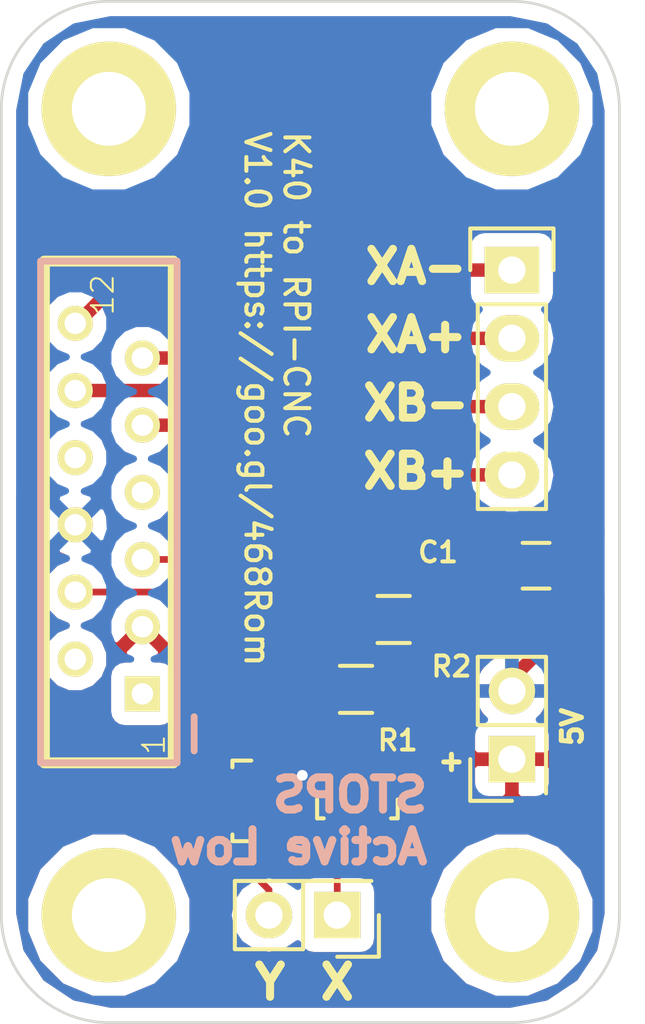
<source format=kicad_pcb>
(kicad_pcb (version 4) (host pcbnew 4.0.2+e4-6225~38~ubuntu14.04.1-stable)

  (general
    (links 18)
    (no_connects 0)
    (area 100.856 97.667 126.280334 135.915)
    (thickness 1.6)
    (drawings 18)
    (tracks 38)
    (zones 0)
    (modules 13)
    (nets 15)
  )

  (page A4)
  (layers
    (0 F.Cu signal)
    (31 B.Cu signal)
    (32 B.Adhes user)
    (33 F.Adhes user)
    (34 B.Paste user)
    (35 F.Paste user)
    (36 B.SilkS user)
    (37 F.SilkS user)
    (38 B.Mask user)
    (39 F.Mask user)
    (40 Dwgs.User user)
    (41 Cmts.User user)
    (42 Eco1.User user)
    (43 Eco2.User user)
    (44 Edge.Cuts user)
    (45 Margin user)
    (46 B.CrtYd user)
    (47 F.CrtYd user)
    (48 B.Fab user)
    (49 F.Fab user)
  )

  (setup
    (last_trace_width 0.25)
    (trace_clearance 0.2)
    (zone_clearance 0.5)
    (zone_45_only yes)
    (trace_min 0.2)
    (segment_width 0.2)
    (edge_width 0.1)
    (via_size 0.6)
    (via_drill 0.4)
    (via_min_size 0.4)
    (via_min_drill 0.3)
    (uvia_size 0.3)
    (uvia_drill 0.1)
    (uvias_allowed no)
    (uvia_min_size 0.2)
    (uvia_min_drill 0.1)
    (pcb_text_width 0.3)
    (pcb_text_size 1.5 1.5)
    (mod_edge_width 0.15)
    (mod_text_size 1 1)
    (mod_text_width 0.15)
    (pad_size 5 5)
    (pad_drill 2.75)
    (pad_to_mask_clearance 0)
    (aux_axis_origin 106.172 131.84)
    (grid_origin 106.172 131.84)
    (visible_elements FFFEFF7F)
    (pcbplotparams
      (layerselection 0x00030_80000001)
      (usegerberextensions false)
      (excludeedgelayer true)
      (linewidth 0.100000)
      (plotframeref false)
      (viasonmask false)
      (mode 1)
      (useauxorigin false)
      (hpglpennumber 1)
      (hpglpenspeed 20)
      (hpglpendiameter 15)
      (hpglpenoverlay 2)
      (psnegative false)
      (psa4output false)
      (plotreference true)
      (plotvalue false)
      (plotinvisibletext false)
      (padsonsilk false)
      (subtractmaskfromsilk false)
      (outputformat 1)
      (mirror false)
      (drillshape 0)
      (scaleselection 1)
      (outputdirectory ""))
  )

  (net 0 "")
  (net 1 "Net-(P1-Pad1)")
  (net 2 "Net-(P1-Pad2)")
  (net 3 VCC)
  (net 4 "Net-(P1-Pad4)")
  (net 5 "Net-(P1-Pad5)")
  (net 6 GND)
  (net 7 "Net-(P1-Pad7)")
  (net 8 "Net-(P1-Pad8)")
  (net 9 "Net-(P1-Pad9)")
  (net 10 "Net-(P1-Pad10)")
  (net 11 "Net-(P1-Pad11)")
  (net 12 "Net-(P1-Pad12)")
  (net 13 "Net-(P2-Pad1)")
  (net 14 "Net-(P2-Pad2)")

  (net_class Default "This is the default net class."
    (clearance 0.2)
    (trace_width 0.25)
    (via_dia 0.6)
    (via_drill 0.4)
    (uvia_dia 0.3)
    (uvia_drill 0.1)
    (add_net "Net-(P1-Pad1)")
    (add_net "Net-(P1-Pad2)")
    (add_net "Net-(P1-Pad4)")
    (add_net "Net-(P1-Pad5)")
    (add_net "Net-(P1-Pad7)")
    (add_net "Net-(P1-Pad8)")
    (add_net "Net-(P2-Pad1)")
    (add_net "Net-(P2-Pad2)")
  )

  (net_class Stepper ""
    (clearance 0.2)
    (trace_width 0.5)
    (via_dia 0.6)
    (via_drill 0.4)
    (uvia_dia 0.3)
    (uvia_drill 0.1)
    (add_net GND)
    (add_net "Net-(P1-Pad10)")
    (add_net "Net-(P1-Pad11)")
    (add_net "Net-(P1-Pad12)")
    (add_net "Net-(P1-Pad9)")
    (add_net VCC)
  )

  (module WeisTek:-FFC (layer F.Cu) (tedit 5764CB76) (tstamp 575E4C52)
    (at 106.172 116.84 270)
    (path /575E46C4)
    (attr virtual)
    (fp_text reference P1 (at 0.635 4.191 270) (layer F.SilkS) hide
      (effects (font (size 1 1) (thickness 0.15)))
    )
    (fp_text value CONN_01X12 (at 1.524 -4.699 270) (layer F.SilkS) hide
      (effects (font (size 1.778 1.778) (thickness 0.1524)))
    )
    (fp_line (start -9.3345 2.39776) (end -9.3345 -2.39776) (layer F.SilkS) (width 0.4064))
    (fp_line (start -9.3345 -2.39776) (end 9.3345 -2.39776) (layer F.SilkS) (width 0.4064))
    (fp_line (start 9.3345 -2.39776) (end 9.3345 2.39776) (layer F.SilkS) (width 0.4064))
    (fp_line (start 9.3345 2.39776) (end -9.3345 2.39776) (layer F.SilkS) (width 0.4064))
    (fp_line (start 9.3345 -2.54) (end -9.3345 -2.54) (layer B.SilkS) (width 0.254))
    (fp_line (start -9.3345 -2.54) (end -9.3345 2.54) (layer B.SilkS) (width 0.254))
    (fp_line (start -9.3345 2.54) (end 9.3345 2.54) (layer B.SilkS) (width 0.254))
    (fp_line (start 9.3345 2.54) (end 9.3345 -2.54) (layer B.SilkS) (width 0.254))
    (fp_line (start 7.62 -3.175) (end 8.89 -3.175) (layer B.SilkS) (width 0.254))
    (fp_text user 1 (at 8.6614 -1.6764 270) (layer F.SilkS)
      (effects (font (size 0.8128 0.8128) (thickness 0.0762)))
    )
    (fp_text user 12 (at -8.0772 0.2286 270) (layer F.SilkS)
      (effects (font (size 0.8128 0.8128) (thickness 0.0762)))
    )
    (pad 1 thru_hole rect (at 6.7691 -1.24968 270) (size 1.30556 1.30556) (drill 0.79756) (layers *.Cu *.Mask F.Paste F.SilkS)
      (net 1 "Net-(P1-Pad1)"))
    (pad 2 thru_hole circle (at 5.47878 1.24968 270) (size 1.30556 1.30556) (drill 0.79756) (layers *.Cu *.Mask F.Paste F.SilkS)
      (net 2 "Net-(P1-Pad2)"))
    (pad 3 thru_hole circle (at 4.26974 -1.24968 270) (size 1.30556 1.30556) (drill 0.79756) (layers *.Cu *.Mask F.Paste F.SilkS)
      (net 3 VCC))
    (pad 4 thru_hole circle (at 2.97942 1.24968 270) (size 1.30556 1.30556) (drill 0.79756) (layers *.Cu *.Mask F.Paste F.SilkS)
      (net 4 "Net-(P1-Pad4)"))
    (pad 5 thru_hole circle (at 1.76784 -1.24968 270) (size 1.30556 1.30556) (drill 0.79756) (layers *.Cu *.Mask F.Paste F.SilkS)
      (net 5 "Net-(P1-Pad5)"))
    (pad 6 thru_hole circle (at 0.47752 1.24968 270) (size 1.30556 1.30556) (drill 0.79756) (layers *.Cu *.Mask F.Paste F.SilkS)
      (net 6 GND))
    (pad 7 thru_hole circle (at -0.72898 -1.24968 270) (size 1.30556 1.30556) (drill 0.79756) (layers *.Cu *.Mask F.Paste F.SilkS)
      (net 7 "Net-(P1-Pad7)"))
    (pad 8 thru_hole circle (at -2.0193 1.24968 270) (size 1.30556 1.30556) (drill 0.79756) (layers *.Cu *.Mask F.Paste F.SilkS)
      (net 8 "Net-(P1-Pad8)"))
    (pad 9 thru_hole circle (at -3.22834 -1.24968 270) (size 1.30556 1.30556) (drill 0.79756) (layers *.Cu *.Mask F.Paste F.SilkS)
      (net 9 "Net-(P1-Pad9)"))
    (pad 10 thru_hole circle (at -4.51866 1.24968 270) (size 1.30556 1.30556) (drill 0.79756) (layers *.Cu *.Mask F.Paste F.SilkS)
      (net 10 "Net-(P1-Pad10)"))
    (pad 11 thru_hole circle (at -5.7277 -1.24968 270) (size 1.30556 1.30556) (drill 0.79756) (layers *.Cu *.Mask F.Paste F.SilkS)
      (net 11 "Net-(P1-Pad11)"))
    (pad 12 thru_hole circle (at -7.01802 1.24968 270) (size 1.30556 1.30556) (drill 0.79756) (layers *.Cu *.Mask F.Paste F.SilkS)
      (net 12 "Net-(P1-Pad12)"))
  )

  (module Resistors_SMD:R_0805_HandSoldering (layer F.Cu) (tedit 5769DF78) (tstamp 575E4C7C)
    (at 115.372 123.44 180)
    (descr "Resistor SMD 0805, hand soldering")
    (tags "resistor 0805")
    (path /575E4B21)
    (attr smd)
    (fp_text reference R1 (at -1.55 -1.9 180) (layer F.SilkS)
      (effects (font (size 0.75 0.75) (thickness 0.15)))
    )
    (fp_text value 3K3 (at 0 2.1 180) (layer F.Fab)
      (effects (font (size 1 1) (thickness 0.15)))
    )
    (fp_line (start -2.4 -1) (end 2.4 -1) (layer F.CrtYd) (width 0.05))
    (fp_line (start -2.4 1) (end 2.4 1) (layer F.CrtYd) (width 0.05))
    (fp_line (start -2.4 -1) (end -2.4 1) (layer F.CrtYd) (width 0.05))
    (fp_line (start 2.4 -1) (end 2.4 1) (layer F.CrtYd) (width 0.05))
    (fp_line (start 0.6 0.875) (end -0.6 0.875) (layer F.SilkS) (width 0.15))
    (fp_line (start -0.6 -0.875) (end 0.6 -0.875) (layer F.SilkS) (width 0.15))
    (pad 1 smd rect (at -1.35 0 180) (size 1.5 1.3) (layers F.Cu F.Paste F.Mask)
      (net 3 VCC))
    (pad 2 smd rect (at 1.35 0 180) (size 1.5 1.3) (layers F.Cu F.Paste F.Mask)
      (net 4 "Net-(P1-Pad4)"))
    (model Resistors_SMD.3dshapes/R_0805_HandSoldering.wrl
      (at (xyz 0 0 0))
      (scale (xyz 1 1 1))
      (rotate (xyz 0 0 0))
    )
  )

  (module Pin_Headers:Pin_Header_Straight_2x01 (layer F.Cu) (tedit 576380F2) (tstamp 575E4C58)
    (at 114.672 131.84 180)
    (descr "Through hole pin header")
    (tags "pin header")
    (path /575E50A8)
    (fp_text reference P2 (at 1.4 -3 180) (layer F.SilkS) hide
      (effects (font (size 1 1) (thickness 0.15)))
    )
    (fp_text value CONN_01X02 (at 0 -3.1 180) (layer F.Fab)
      (effects (font (size 1 1) (thickness 0.15)))
    )
    (fp_line (start -1.75 -1.75) (end -1.75 1.75) (layer F.CrtYd) (width 0.05))
    (fp_line (start 4.3 -1.75) (end 4.3 1.75) (layer F.CrtYd) (width 0.05))
    (fp_line (start -1.75 -1.75) (end 4.3 -1.75) (layer F.CrtYd) (width 0.05))
    (fp_line (start -1.75 1.75) (end 4.3 1.75) (layer F.CrtYd) (width 0.05))
    (fp_line (start -1.55 0) (end -1.55 -1.55) (layer F.SilkS) (width 0.15))
    (fp_line (start 0 -1.55) (end -1.55 -1.55) (layer F.SilkS) (width 0.15))
    (fp_line (start -1.27 1.27) (end 1.27 1.27) (layer F.SilkS) (width 0.15))
    (fp_line (start 3.81 -1.27) (end 1.27 -1.27) (layer F.SilkS) (width 0.15))
    (fp_line (start 1.27 -1.27) (end 1.27 1.27) (layer F.SilkS) (width 0.15))
    (fp_line (start 1.27 1.27) (end 3.81 1.27) (layer F.SilkS) (width 0.15))
    (fp_line (start 3.81 1.27) (end 3.81 -1.27) (layer F.SilkS) (width 0.15))
    (pad 1 thru_hole rect (at 0 0 180) (size 1.7272 1.7272) (drill 1.016) (layers *.Cu *.Mask F.SilkS)
      (net 13 "Net-(P2-Pad1)"))
    (pad 2 thru_hole oval (at 2.54 0 180) (size 1.7272 1.7272) (drill 1.016) (layers *.Cu *.Mask F.SilkS)
      (net 14 "Net-(P2-Pad2)"))
    (model Pin_Headers.3dshapes/Pin_Header_Straight_2x01.wrl
      (at (xyz 0.05 0 0))
      (scale (xyz 1 1 1))
      (rotate (xyz 0 0 90))
    )
  )

  (module Resistors_SMD:R_0805_HandSoldering (layer F.Cu) (tedit 5769DF91) (tstamp 575E4C82)
    (at 116.772 120.84 180)
    (descr "Resistor SMD 0805, hand soldering")
    (tags "resistor 0805")
    (path /575E4A6F)
    (attr smd)
    (fp_text reference R2 (at -2.15 -1.75 180) (layer F.SilkS)
      (effects (font (size 0.75 0.75) (thickness 0.15)))
    )
    (fp_text value 3K3 (at 0 -2 180) (layer F.Fab)
      (effects (font (size 1 1) (thickness 0.15)))
    )
    (fp_line (start -2.4 -1) (end 2.4 -1) (layer F.CrtYd) (width 0.05))
    (fp_line (start -2.4 1) (end 2.4 1) (layer F.CrtYd) (width 0.05))
    (fp_line (start -2.4 -1) (end -2.4 1) (layer F.CrtYd) (width 0.05))
    (fp_line (start 2.4 -1) (end 2.4 1) (layer F.CrtYd) (width 0.05))
    (fp_line (start 0.6 0.875) (end -0.6 0.875) (layer F.SilkS) (width 0.15))
    (fp_line (start -0.6 -0.875) (end 0.6 -0.875) (layer F.SilkS) (width 0.15))
    (pad 1 smd rect (at -1.35 0 180) (size 1.5 1.3) (layers F.Cu F.Paste F.Mask)
      (net 3 VCC))
    (pad 2 smd rect (at 1.35 0 180) (size 1.5 1.3) (layers F.Cu F.Paste F.Mask)
      (net 5 "Net-(P1-Pad5)"))
    (model Resistors_SMD.3dshapes/R_0805_HandSoldering.wrl
      (at (xyz 0 0 0))
      (scale (xyz 1 1 1))
      (rotate (xyz 0 0 0))
    )
  )

  (module Connect:1pin (layer F.Cu) (tedit 57638E3E) (tstamp 57638E68)
    (at 106.172 131.84)
    (descr "module 1 pin (ou trou mecanique de percage)")
    (tags DEV)
    (fp_text reference REF** (at 0 -3.048) (layer F.SilkS) hide
      (effects (font (size 1 1) (thickness 0.15)))
    )
    (fp_text value 1pin (at 0 2.794) (layer F.Fab)
      (effects (font (size 1 1) (thickness 0.15)))
    )
    (fp_circle (center 0 0) (end 0 -2.286) (layer F.SilkS) (width 0.15))
    (pad 1 thru_hole circle (at 0 0) (size 5 5) (drill 2.75) (layers *.Cu *.Mask F.SilkS))
  )

  (module Connect:1pin (layer F.Cu) (tedit 57638E3E) (tstamp 57638E61)
    (at 121.172 131.84)
    (descr "module 1 pin (ou trou mecanique de percage)")
    (tags DEV)
    (fp_text reference REF** (at 0 -3.048) (layer F.SilkS) hide
      (effects (font (size 1 1) (thickness 0.15)))
    )
    (fp_text value 1pin (at 0 2.794) (layer F.Fab)
      (effects (font (size 1 1) (thickness 0.15)))
    )
    (fp_circle (center 0 0) (end 0 -2.286) (layer F.SilkS) (width 0.15))
    (pad 1 thru_hole circle (at 0 0) (size 5 5) (drill 2.75) (layers *.Cu *.Mask F.SilkS))
  )

  (module Connect:1pin (layer F.Cu) (tedit 57638E3E) (tstamp 57638E4D)
    (at 121.172 101.84)
    (descr "module 1 pin (ou trou mecanique de percage)")
    (tags DEV)
    (fp_text reference REF** (at 0 -3.048) (layer F.SilkS) hide
      (effects (font (size 1 1) (thickness 0.15)))
    )
    (fp_text value 1pin (at 0 2.794) (layer F.Fab)
      (effects (font (size 1 1) (thickness 0.15)))
    )
    (fp_circle (center 0 0) (end 0 -2.286) (layer F.SilkS) (width 0.15))
    (pad 1 thru_hole circle (at 0 0) (size 5 5) (drill 2.75) (layers *.Cu *.Mask F.SilkS))
  )

  (module Pin_Headers:Pin_Header_Straight_1x04 (layer F.Cu) (tedit 576380E9) (tstamp 575E4C66)
    (at 121.172 107.84)
    (descr "Through hole pin header")
    (tags "pin header")
    (path /575E54EA)
    (fp_text reference P4 (at 0 -5.1) (layer F.SilkS) hide
      (effects (font (size 1 1) (thickness 0.15)))
    )
    (fp_text value CONN_01X04 (at 0 -3.1) (layer F.Fab)
      (effects (font (size 1 1) (thickness 0.15)))
    )
    (fp_line (start -1.75 -1.75) (end -1.75 9.4) (layer F.CrtYd) (width 0.05))
    (fp_line (start 1.75 -1.75) (end 1.75 9.4) (layer F.CrtYd) (width 0.05))
    (fp_line (start -1.75 -1.75) (end 1.75 -1.75) (layer F.CrtYd) (width 0.05))
    (fp_line (start -1.75 9.4) (end 1.75 9.4) (layer F.CrtYd) (width 0.05))
    (fp_line (start -1.27 1.27) (end -1.27 8.89) (layer F.SilkS) (width 0.15))
    (fp_line (start 1.27 1.27) (end 1.27 8.89) (layer F.SilkS) (width 0.15))
    (fp_line (start 1.55 -1.55) (end 1.55 0) (layer F.SilkS) (width 0.15))
    (fp_line (start -1.27 8.89) (end 1.27 8.89) (layer F.SilkS) (width 0.15))
    (fp_line (start 1.27 1.27) (end -1.27 1.27) (layer F.SilkS) (width 0.15))
    (fp_line (start -1.55 0) (end -1.55 -1.55) (layer F.SilkS) (width 0.15))
    (fp_line (start -1.55 -1.55) (end 1.55 -1.55) (layer F.SilkS) (width 0.15))
    (pad 1 thru_hole rect (at 0 0) (size 2.032 1.7272) (drill 1.016) (layers *.Cu *.Mask F.SilkS)
      (net 12 "Net-(P1-Pad12)"))
    (pad 2 thru_hole oval (at 0 2.54) (size 2.032 1.7272) (drill 1.016) (layers *.Cu *.Mask F.SilkS)
      (net 11 "Net-(P1-Pad11)"))
    (pad 3 thru_hole oval (at 0 5.08) (size 2.032 1.7272) (drill 1.016) (layers *.Cu *.Mask F.SilkS)
      (net 10 "Net-(P1-Pad10)"))
    (pad 4 thru_hole oval (at 0 7.62) (size 2.032 1.7272) (drill 1.016) (layers *.Cu *.Mask F.SilkS)
      (net 9 "Net-(P1-Pad9)"))
    (model Pin_Headers.3dshapes/Pin_Header_Straight_1x04.wrl
      (at (xyz 0 -0.15 0))
      (scale (xyz 1 1 1))
      (rotate (xyz 0 0 90))
    )
  )

  (module Pin_Headers:Pin_Header_Straight_2x01 (layer F.Cu) (tedit 576380ED) (tstamp 575E4C5E)
    (at 121.172 126.04 90)
    (descr "Through hole pin header")
    (tags "pin header")
    (path /5758F013)
    (fp_text reference P3 (at 5.1 -0.5 90) (layer F.SilkS) hide
      (effects (font (size 1 1) (thickness 0.15)))
    )
    (fp_text value CONN_01X02 (at 8.75 -1 270) (layer F.Fab)
      (effects (font (size 1 1) (thickness 0.15)))
    )
    (fp_line (start -1.75 -1.75) (end -1.75 1.75) (layer F.CrtYd) (width 0.05))
    (fp_line (start 4.3 -1.75) (end 4.3 1.75) (layer F.CrtYd) (width 0.05))
    (fp_line (start -1.75 -1.75) (end 4.3 -1.75) (layer F.CrtYd) (width 0.05))
    (fp_line (start -1.75 1.75) (end 4.3 1.75) (layer F.CrtYd) (width 0.05))
    (fp_line (start -1.55 0) (end -1.55 -1.55) (layer F.SilkS) (width 0.15))
    (fp_line (start 0 -1.55) (end -1.55 -1.55) (layer F.SilkS) (width 0.15))
    (fp_line (start -1.27 1.27) (end 1.27 1.27) (layer F.SilkS) (width 0.15))
    (fp_line (start 3.81 -1.27) (end 1.27 -1.27) (layer F.SilkS) (width 0.15))
    (fp_line (start 1.27 -1.27) (end 1.27 1.27) (layer F.SilkS) (width 0.15))
    (fp_line (start 1.27 1.27) (end 3.81 1.27) (layer F.SilkS) (width 0.15))
    (fp_line (start 3.81 1.27) (end 3.81 -1.27) (layer F.SilkS) (width 0.15))
    (pad 1 thru_hole rect (at 0 0 90) (size 1.7272 1.7272) (drill 1.016) (layers *.Cu *.Mask F.SilkS)
      (net 3 VCC))
    (pad 2 thru_hole oval (at 2.54 0 90) (size 1.7272 1.7272) (drill 1.016) (layers *.Cu *.Mask F.SilkS)
      (net 6 GND))
    (model Pin_Headers.3dshapes/Pin_Header_Straight_2x01.wrl
      (at (xyz 0.05 0 0))
      (scale (xyz 1 1 1))
      (rotate (xyz 0 0 90))
    )
  )

  (module Capacitors_SMD:C_0805_HandSoldering (layer F.Cu) (tedit 5769DF9C) (tstamp 5760D5DE)
    (at 122.072 118.84)
    (descr "Capacitor SMD 0805, hand soldering")
    (tags "capacitor 0805")
    (path /5760D55F)
    (attr smd)
    (fp_text reference C1 (at -3.65 -0.5) (layer F.SilkS)
      (effects (font (size 0.75 0.75) (thickness 0.15)))
    )
    (fp_text value C (at 0 2.1) (layer F.Fab)
      (effects (font (size 1 1) (thickness 0.15)))
    )
    (fp_line (start -2.3 -1) (end 2.3 -1) (layer F.CrtYd) (width 0.05))
    (fp_line (start -2.3 1) (end 2.3 1) (layer F.CrtYd) (width 0.05))
    (fp_line (start -2.3 -1) (end -2.3 1) (layer F.CrtYd) (width 0.05))
    (fp_line (start 2.3 -1) (end 2.3 1) (layer F.CrtYd) (width 0.05))
    (fp_line (start 0.5 -0.85) (end -0.5 -0.85) (layer F.SilkS) (width 0.15))
    (fp_line (start -0.5 0.85) (end 0.5 0.85) (layer F.SilkS) (width 0.15))
    (pad 1 smd rect (at -1.25 0) (size 1.5 1.25) (layers F.Cu F.Paste F.Mask)
      (net 3 VCC))
    (pad 2 smd rect (at 1.25 0) (size 1.5 1.25) (layers F.Cu F.Paste F.Mask)
      (net 6 GND))
    (model Capacitors_SMD.3dshapes/C_0805_HandSoldering.wrl
      (at (xyz 0 0 0))
      (scale (xyz 1 1 1))
      (rotate (xyz 0 0 0))
    )
  )

  (module SOT-23 (layer F.Cu) (tedit 57639585) (tstamp 57638848)
    (at 115.422 127.59 180)
    (descr "SOT-23, Standard")
    (tags SOT-23)
    (path /576388F8)
    (attr smd)
    (fp_text reference Q1 (at -1.35 -2.45 180) (layer F.SilkS) hide
      (effects (font (size 1 1) (thickness 0.15)))
    )
    (fp_text value MMBT2222A (at 0 2.3 180) (layer F.Fab)
      (effects (font (size 1 1) (thickness 0.15)))
    )
    (fp_line (start -1.65 -1.6) (end 1.65 -1.6) (layer F.CrtYd) (width 0.05))
    (fp_line (start 1.65 -1.6) (end 1.65 1.6) (layer F.CrtYd) (width 0.05))
    (fp_line (start 1.65 1.6) (end -1.65 1.6) (layer F.CrtYd) (width 0.05))
    (fp_line (start -1.65 1.6) (end -1.65 -1.6) (layer F.CrtYd) (width 0.05))
    (fp_line (start 1.29916 -0.65024) (end 1.2509 -0.65024) (layer F.SilkS) (width 0.15))
    (fp_line (start -1.49982 0.0508) (end -1.49982 -0.65024) (layer F.SilkS) (width 0.15))
    (fp_line (start -1.49982 -0.65024) (end -1.2509 -0.65024) (layer F.SilkS) (width 0.15))
    (fp_line (start 1.29916 -0.65024) (end 1.49982 -0.65024) (layer F.SilkS) (width 0.15))
    (fp_line (start 1.49982 -0.65024) (end 1.49982 0.0508) (layer F.SilkS) (width 0.15))
    (pad 1 smd rect (at -0.95 1.00076 180) (size 0.8001 0.8001) (layers F.Cu F.Paste F.Mask)
      (net 5 "Net-(P1-Pad5)"))
    (pad 2 smd rect (at 0.95 1.00076 180) (size 0.8001 0.8001) (layers F.Cu F.Paste F.Mask)
      (net 6 GND))
    (pad 3 smd rect (at 0 -0.99822 180) (size 0.8001 0.8001) (layers F.Cu F.Paste F.Mask)
      (net 13 "Net-(P2-Pad1)"))
    (model TO_SOT_Packages_SMD.3dshapes/SOT-23.wrl
      (at (xyz 0 0 0))
      (scale (xyz 1 1 1))
      (rotate (xyz 0 0 0))
    )
  )

  (module SOT-23 (layer F.Cu) (tedit 57639588) (tstamp 5763884E)
    (at 111.422 127.59 90)
    (descr "SOT-23, Standard")
    (tags SOT-23)
    (path /5763896A)
    (attr smd)
    (fp_text reference Q2 (at -1.25 -2.5 180) (layer F.SilkS) hide
      (effects (font (size 1 1) (thickness 0.15)))
    )
    (fp_text value MMBT2222A (at 0 2.3 90) (layer F.Fab)
      (effects (font (size 1 1) (thickness 0.15)))
    )
    (fp_line (start -1.65 -1.6) (end 1.65 -1.6) (layer F.CrtYd) (width 0.05))
    (fp_line (start 1.65 -1.6) (end 1.65 1.6) (layer F.CrtYd) (width 0.05))
    (fp_line (start 1.65 1.6) (end -1.65 1.6) (layer F.CrtYd) (width 0.05))
    (fp_line (start -1.65 1.6) (end -1.65 -1.6) (layer F.CrtYd) (width 0.05))
    (fp_line (start 1.29916 -0.65024) (end 1.2509 -0.65024) (layer F.SilkS) (width 0.15))
    (fp_line (start -1.49982 0.0508) (end -1.49982 -0.65024) (layer F.SilkS) (width 0.15))
    (fp_line (start -1.49982 -0.65024) (end -1.2509 -0.65024) (layer F.SilkS) (width 0.15))
    (fp_line (start 1.29916 -0.65024) (end 1.49982 -0.65024) (layer F.SilkS) (width 0.15))
    (fp_line (start 1.49982 -0.65024) (end 1.49982 0.0508) (layer F.SilkS) (width 0.15))
    (pad 1 smd rect (at -0.95 1.00076 90) (size 0.8001 0.8001) (layers F.Cu F.Paste F.Mask)
      (net 4 "Net-(P1-Pad4)"))
    (pad 2 smd rect (at 0.95 1.00076 90) (size 0.8001 0.8001) (layers F.Cu F.Paste F.Mask)
      (net 6 GND))
    (pad 3 smd rect (at 0 -0.99822 90) (size 0.8001 0.8001) (layers F.Cu F.Paste F.Mask)
      (net 14 "Net-(P2-Pad2)"))
    (model TO_SOT_Packages_SMD.3dshapes/SOT-23.wrl
      (at (xyz 0 0 0))
      (scale (xyz 1 1 1))
      (rotate (xyz 0 0 0))
    )
  )

  (module Connect:1pin (layer F.Cu) (tedit 57638E3E) (tstamp 57638D51)
    (at 106.172 101.84)
    (descr "module 1 pin (ou trou mecanique de percage)")
    (tags DEV)
    (fp_text reference REF** (at 0 -3.048) (layer F.SilkS) hide
      (effects (font (size 1 1) (thickness 0.15)))
    )
    (fp_text value 1pin (at 0 2.794) (layer F.Fab)
      (effects (font (size 1 1) (thickness 0.15)))
    )
    (fp_circle (center 0 0) (end 0 -2.286) (layer F.SilkS) (width 0.15))
    (pad 1 thru_hole circle (at 0 0) (size 5 5) (drill 2.75) (layers *.Cu *.Mask F.SilkS))
  )

  (gr_line (start 106.172 97.84) (end 121.172 97.84) (angle 90) (layer Edge.Cuts) (width 0.1))
  (gr_line (start 106.172 135.84) (end 121.172 135.84) (angle 90) (layer Edge.Cuts) (width 0.1))
  (gr_line (start 125.172 101.84) (end 125.172 131.84) (angle 90) (layer Edge.Cuts) (width 0.1))
  (gr_arc (start 121.172 131.84) (end 125.172 131.84) (angle 90) (layer Edge.Cuts) (width 0.1))
  (gr_arc (start 121.172 101.84) (end 121.172 97.84) (angle 90) (layer Edge.Cuts) (width 0.1))
  (gr_text 5V (at 123.422 124.84 90) (layer F.SilkS)
    (effects (font (size 0.75 0.75) (thickness 0.1875)))
  )
  (gr_text + (at 118.922 126.09) (layer F.SilkS)
    (effects (font (size 0.75 0.75) (thickness 0.1875)))
  )
  (gr_text XB+ (at 117.602 115.33) (layer F.SilkS)
    (effects (font (size 1.2 1.2) (thickness 0.3)))
  )
  (gr_text XB- (at 117.602 112.79) (layer F.SilkS)
    (effects (font (size 1.2 1.2) (thickness 0.3)))
  )
  (gr_text XA+ (at 117.602 110.25) (layer F.SilkS)
    (effects (font (size 1.2 1.2) (thickness 0.3)))
  )
  (gr_text XA- (at 117.602 107.71) (layer F.SilkS)
    (effects (font (size 1.2 1.2) (thickness 0.3)))
  )
  (gr_text "STOPS\nActive Low" (at 118.172 128.34) (layer B.SilkS)
    (effects (font (size 1.2 1.2) (thickness 0.3)) (justify left mirror))
  )
  (gr_text X (at 114.672 134.34) (layer F.SilkS)
    (effects (font (size 1.2 1.2) (thickness 0.3)))
  )
  (gr_text Y (at 112.172 134.34) (layer F.SilkS)
    (effects (font (size 1.2 1.2) (thickness 0.3)))
  )
  (gr_text "K40 to RPI-CNC\nV1.0 https://goo.gl/468Rom" (at 112.422 102.59 270) (layer F.SilkS)
    (effects (font (size 0.9 0.9) (thickness 0.15)) (justify left))
  )
  (gr_line (start 102.172 131.84) (end 102.172 101.84) (angle 90) (layer Edge.Cuts) (width 0.1))
  (gr_arc (start 106.172 131.84) (end 106.172 135.84) (angle 90) (layer Edge.Cuts) (width 0.1))
  (gr_arc (start 106.172 101.84) (end 102.172 101.84) (angle 90) (layer Edge.Cuts) (width 0.1))

  (segment (start 112.42276 128.54) (end 112.42276 128.39076) (width 0.25) (layer F.Cu) (net 4))
  (segment (start 112.42276 128.39076) (end 111.472 127.44) (width 0.25) (layer F.Cu) (net 4) (tstamp 57639694))
  (segment (start 111.472 127.44) (end 111.472 124.74) (width 0.25) (layer F.Cu) (net 4) (tstamp 57639697))
  (segment (start 111.472 124.74) (end 112.772 123.44) (width 0.25) (layer F.Cu) (net 4) (tstamp 5763969D))
  (segment (start 112.772 123.44) (end 114.022 123.44) (width 0.25) (layer F.Cu) (net 4) (tstamp 576396A2))
  (segment (start 104.92232 119.81942) (end 110.40142 119.81942) (width 0.25) (layer F.Cu) (net 4))
  (segment (start 110.40142 119.81942) (end 114.022 123.44) (width 0.25) (layer F.Cu) (net 4) (tstamp 57639688))
  (segment (start 104.92232 119.81942) (end 104.89258 119.81942) (width 0.25) (layer F.Cu) (net 4))
  (segment (start 104.92232 119.81942) (end 104.92232 119.88968) (width 0.25) (layer F.Cu) (net 4))
  (segment (start 115.422 120.84) (end 115.422 125.63924) (width 0.25) (layer F.Cu) (net 5))
  (segment (start 115.422 125.63924) (end 116.372 126.58924) (width 0.25) (layer F.Cu) (net 5) (tstamp 576395EE))
  (segment (start 107.42168 118.60784) (end 113.18984 118.60784) (width 0.25) (layer F.Cu) (net 5))
  (segment (start 113.18984 118.60784) (end 115.422 120.84) (width 0.25) (layer F.Cu) (net 5) (tstamp 576395E7))
  (segment (start 121.172 123.5) (end 121.172 123.04) (width 0.5) (layer F.Cu) (net 6))
  (segment (start 121.172 123.04) (end 123.322 120.89) (width 0.5) (layer F.Cu) (net 6) (tstamp 576397CC))
  (segment (start 123.322 120.89) (end 123.322 118.84) (width 0.5) (layer F.Cu) (net 6) (tstamp 576397CE))
  (segment (start 114.472 126.58924) (end 113.42276 126.58924) (width 0.35) (layer F.Cu) (net 6))
  (via (at 113.372 126.64) (size 0.6) (drill 0.4) (layers F.Cu B.Cu) (net 6))
  (segment (start 113.372 126.64) (end 112.42276 126.64) (width 0.35) (layer F.Cu) (net 6))
  (segment (start 113.42276 126.58924) (end 113.372 126.64) (width 0.35) (layer F.Cu) (net 6) (tstamp 57639442))
  (segment (start 107.42168 113.61166) (end 110.54366 113.61166) (width 0.5) (layer F.Cu) (net 9))
  (segment (start 112.392 115.46) (end 121.172 115.46) (width 0.5) (layer F.Cu) (net 9) (tstamp 57639792))
  (segment (start 110.54366 113.61166) (end 112.392 115.46) (width 0.5) (layer F.Cu) (net 9) (tstamp 5763978F))
  (segment (start 104.92232 112.32134) (end 118.55334 112.32134) (width 0.5) (layer F.Cu) (net 10))
  (segment (start 119.152 112.92) (end 121.172 112.92) (width 0.5) (layer F.Cu) (net 10) (tstamp 57639752))
  (segment (start 118.55334 112.32134) (end 119.152 112.92) (width 0.5) (layer F.Cu) (net 10) (tstamp 5763974E))
  (segment (start 107.42168 111.1123) (end 108.9997 111.1123) (width 0.5) (layer F.Cu) (net 11))
  (segment (start 109.732 110.38) (end 121.172 110.38) (width 0.5) (layer F.Cu) (net 11) (tstamp 5763978A))
  (segment (start 108.9997 111.1123) (end 109.732 110.38) (width 0.5) (layer F.Cu) (net 11) (tstamp 57639787))
  (segment (start 107.42168 111.1123) (end 107.42168 110.99032) (width 0.35) (layer F.Cu) (net 11))
  (segment (start 104.92232 109.82198) (end 104.99002 109.82198) (width 0.5) (layer F.Cu) (net 12))
  (segment (start 104.99002 109.82198) (end 106.972 107.84) (width 0.5) (layer F.Cu) (net 12) (tstamp 5763977F))
  (segment (start 106.972 107.84) (end 121.172 107.84) (width 0.5) (layer F.Cu) (net 12) (tstamp 57639784))
  (segment (start 114.672 131.84) (end 114.672 129.33822) (width 0.25) (layer F.Cu) (net 13))
  (segment (start 114.672 129.33822) (end 115.422 128.58822) (width 0.25) (layer F.Cu) (net 13) (tstamp 5763938C))
  (segment (start 112.132 131.84) (end 112.132 130.9) (width 0.25) (layer F.Cu) (net 14))
  (segment (start 110.42378 129.19178) (end 110.42378 127.59) (width 0.25) (layer F.Cu) (net 14) (tstamp 57639394))
  (segment (start 112.132 130.9) (end 110.42378 129.19178) (width 0.25) (layer F.Cu) (net 14) (tstamp 57639392))

  (zone (net 6) (net_name GND) (layer B.Cu) (tstamp 57638C0F) (hatch edge 0.508)
    (connect_pads (clearance 0.5))
    (min_thickness 0.254)
    (fill yes (arc_segments 16) (thermal_gap 0.508) (thermal_bridge_width 0.508))
    (polygon
      (pts
        (xy 125.172 135.84) (xy 102.172 135.84) (xy 102.172 97.84) (xy 125.172 97.84) (xy 125.172 135.84)
      )
    )
    (filled_polygon
      (pts
        (xy 122.438582 98.782202) (xy 123.512337 99.499663) (xy 124.229798 100.573418) (xy 124.495 101.90668) (xy 124.495 131.77332)
        (xy 124.229798 133.106582) (xy 123.512337 134.180337) (xy 122.438582 134.897798) (xy 121.10532 135.163) (xy 106.23868 135.163)
        (xy 104.905418 134.897798) (xy 103.831663 134.180337) (xy 103.114202 133.106582) (xy 102.985444 132.45927) (xy 103.044458 132.45927)
        (xy 103.519512 133.608989) (xy 104.398384 134.489396) (xy 105.547272 134.966456) (xy 106.79127 134.967542) (xy 107.940989 134.492488)
        (xy 108.821396 133.613616) (xy 109.298456 132.464728) (xy 109.299001 131.84) (xy 110.612197 131.84) (xy 110.725662 132.410428)
        (xy 111.048784 132.894013) (xy 111.532369 133.217135) (xy 112.102797 133.3306) (xy 112.161203 133.3306) (xy 112.731631 133.217135)
        (xy 113.206093 132.900109) (xy 113.212837 132.935952) (xy 113.350157 133.149353) (xy 113.559683 133.292517) (xy 113.8084 133.342883)
        (xy 115.5356 133.342883) (xy 115.767952 133.299163) (xy 115.981353 133.161843) (xy 116.124517 132.952317) (xy 116.174883 132.7036)
        (xy 116.174883 132.45927) (xy 118.044458 132.45927) (xy 118.519512 133.608989) (xy 119.398384 134.489396) (xy 120.547272 134.966456)
        (xy 121.79127 134.967542) (xy 122.940989 134.492488) (xy 123.821396 133.613616) (xy 124.298456 132.464728) (xy 124.299542 131.22073)
        (xy 123.824488 130.071011) (xy 122.945616 129.190604) (xy 121.796728 128.713544) (xy 120.55273 128.712458) (xy 119.403011 129.187512)
        (xy 118.522604 130.066384) (xy 118.045544 131.215272) (xy 118.044458 132.45927) (xy 116.174883 132.45927) (xy 116.174883 130.9764)
        (xy 116.131163 130.744048) (xy 115.993843 130.530647) (xy 115.784317 130.387483) (xy 115.5356 130.337117) (xy 113.8084 130.337117)
        (xy 113.576048 130.380837) (xy 113.362647 130.518157) (xy 113.219483 130.727683) (xy 113.208575 130.78155) (xy 112.731631 130.462865)
        (xy 112.161203 130.3494) (xy 112.102797 130.3494) (xy 111.532369 130.462865) (xy 111.048784 130.785987) (xy 110.725662 131.269572)
        (xy 110.612197 131.84) (xy 109.299001 131.84) (xy 109.299542 131.22073) (xy 108.824488 130.071011) (xy 107.945616 129.190604)
        (xy 106.796728 128.713544) (xy 105.55273 128.712458) (xy 104.403011 129.187512) (xy 103.522604 130.066384) (xy 103.045544 131.215272)
        (xy 103.044458 132.45927) (xy 102.985444 132.45927) (xy 102.849 131.77332) (xy 102.849 125.1764) (xy 119.669117 125.1764)
        (xy 119.669117 126.9036) (xy 119.712837 127.135952) (xy 119.850157 127.349353) (xy 120.059683 127.492517) (xy 120.3084 127.542883)
        (xy 122.0356 127.542883) (xy 122.267952 127.499163) (xy 122.481353 127.361843) (xy 122.624517 127.152317) (xy 122.674883 126.9036)
        (xy 122.674883 125.1764) (xy 122.631163 124.944048) (xy 122.493843 124.730647) (xy 122.284317 124.587483) (xy 122.183235 124.567014)
        (xy 122.378821 124.38849) (xy 122.626968 123.859027) (xy 122.506469 123.627) (xy 121.299 123.627) (xy 121.299 123.647)
        (xy 121.045 123.647) (xy 121.045 123.627) (xy 119.837531 123.627) (xy 119.717032 123.859027) (xy 119.965179 124.38849)
        (xy 120.158842 124.565258) (xy 120.076048 124.580837) (xy 119.862647 124.718157) (xy 119.719483 124.927683) (xy 119.669117 125.1764)
        (xy 102.849 125.1764) (xy 102.849 120.072867) (xy 103.642319 120.072867) (xy 103.836743 120.54341) (xy 104.196437 120.903732)
        (xy 104.595088 121.069266) (xy 104.19833 121.233203) (xy 103.838008 121.592897) (xy 103.642763 122.063099) (xy 103.642319 122.572227)
        (xy 103.836743 123.04277) (xy 104.196437 123.403092) (xy 104.666639 123.598337) (xy 105.175767 123.598781) (xy 105.64631 123.404357)
        (xy 106.006632 123.044663) (xy 106.043315 122.95632) (xy 106.129617 122.95632) (xy 106.129617 124.26188) (xy 106.173337 124.494232)
        (xy 106.310657 124.707633) (xy 106.520183 124.850797) (xy 106.7689 124.901163) (xy 108.07446 124.901163) (xy 108.306812 124.857443)
        (xy 108.520213 124.720123) (xy 108.663377 124.510597) (xy 108.713743 124.26188) (xy 108.713743 123.140973) (xy 119.717032 123.140973)
        (xy 119.837531 123.373) (xy 121.045 123.373) (xy 121.045 122.166183) (xy 121.299 122.166183) (xy 121.299 123.373)
        (xy 122.506469 123.373) (xy 122.626968 123.140973) (xy 122.378821 122.61151) (xy 121.946947 122.217312) (xy 121.531026 122.045042)
        (xy 121.299 122.166183) (xy 121.045 122.166183) (xy 120.812974 122.045042) (xy 120.397053 122.217312) (xy 119.965179 122.61151)
        (xy 119.717032 123.140973) (xy 108.713743 123.140973) (xy 108.713743 122.95632) (xy 108.670023 122.723968) (xy 108.532703 122.510567)
        (xy 108.323177 122.367403) (xy 108.07446 122.317037) (xy 107.851084 122.317037) (xy 108.14567 122.195317) (xy 108.505992 121.835623)
        (xy 108.701237 121.365421) (xy 108.701681 120.856293) (xy 108.507257 120.38575) (xy 108.147563 120.025428) (xy 107.745846 119.858621)
        (xy 108.14567 119.693417) (xy 108.505992 119.333723) (xy 108.701237 118.863521) (xy 108.701681 118.354393) (xy 108.507257 117.88385)
        (xy 108.147563 117.523528) (xy 107.751978 117.359267) (xy 108.14567 117.196597) (xy 108.505992 116.836903) (xy 108.701237 116.366701)
        (xy 108.701681 115.857573) (xy 108.507257 115.38703) (xy 108.147563 115.026708) (xy 107.748912 114.861174) (xy 108.14567 114.697237)
        (xy 108.505992 114.337543) (xy 108.701237 113.867341) (xy 108.701681 113.358213) (xy 108.507257 112.88767) (xy 108.147563 112.527348)
        (xy 107.748912 112.361814) (xy 108.14567 112.197877) (xy 108.505992 111.838183) (xy 108.701237 111.367981) (xy 108.701681 110.858853)
        (xy 108.507257 110.38831) (xy 108.498962 110.38) (xy 119.496812 110.38) (xy 119.610277 110.950428) (xy 119.933399 111.434013)
        (xy 120.256646 111.65) (xy 119.933399 111.865987) (xy 119.610277 112.349572) (xy 119.496812 112.92) (xy 119.610277 113.490428)
        (xy 119.933399 113.974013) (xy 120.256646 114.19) (xy 119.933399 114.405987) (xy 119.610277 114.889572) (xy 119.496812 115.46)
        (xy 119.610277 116.030428) (xy 119.933399 116.514013) (xy 120.416984 116.837135) (xy 120.987412 116.9506) (xy 121.356588 116.9506)
        (xy 121.927016 116.837135) (xy 122.410601 116.514013) (xy 122.733723 116.030428) (xy 122.847188 115.46) (xy 122.733723 114.889572)
        (xy 122.410601 114.405987) (xy 122.087354 114.19) (xy 122.410601 113.974013) (xy 122.733723 113.490428) (xy 122.847188 112.92)
        (xy 122.733723 112.349572) (xy 122.410601 111.865987) (xy 122.087354 111.65) (xy 122.410601 111.434013) (xy 122.733723 110.950428)
        (xy 122.847188 110.38) (xy 122.733723 109.809572) (xy 122.410601 109.325987) (xy 122.38142 109.306489) (xy 122.420352 109.299163)
        (xy 122.633753 109.161843) (xy 122.776917 108.952317) (xy 122.827283 108.7036) (xy 122.827283 106.9764) (xy 122.783563 106.744048)
        (xy 122.646243 106.530647) (xy 122.436717 106.387483) (xy 122.188 106.337117) (xy 120.156 106.337117) (xy 119.923648 106.380837)
        (xy 119.710247 106.518157) (xy 119.567083 106.727683) (xy 119.516717 106.9764) (xy 119.516717 108.7036) (xy 119.560437 108.935952)
        (xy 119.697757 109.149353) (xy 119.907283 109.292517) (xy 119.965766 109.30436) (xy 119.933399 109.325987) (xy 119.610277 109.809572)
        (xy 119.496812 110.38) (xy 108.498962 110.38) (xy 108.147563 110.027988) (xy 107.677361 109.832743) (xy 107.168233 109.832299)
        (xy 106.69769 110.026723) (xy 106.337368 110.386417) (xy 106.142123 110.856619) (xy 106.141679 111.365747) (xy 106.336103 111.83629)
        (xy 106.695797 112.196612) (xy 107.094448 112.362146) (xy 106.69769 112.526083) (xy 106.337368 112.885777) (xy 106.142123 113.355979)
        (xy 106.141679 113.865107) (xy 106.336103 114.33565) (xy 106.695797 114.695972) (xy 107.094448 114.861506) (xy 106.69769 115.025443)
        (xy 106.337368 115.385137) (xy 106.142123 115.855339) (xy 106.141679 116.364467) (xy 106.336103 116.83501) (xy 106.695797 117.195332)
        (xy 107.091382 117.359593) (xy 106.69769 117.522263) (xy 106.337368 117.881957) (xy 106.142123 118.352159) (xy 106.141679 118.861287)
        (xy 106.336103 119.33183) (xy 106.695797 119.692152) (xy 107.097514 119.858959) (xy 106.69769 120.024163) (xy 106.337368 120.383857)
        (xy 106.142123 120.854059) (xy 106.141679 121.363187) (xy 106.336103 121.83373) (xy 106.695797 122.194052) (xy 106.991978 122.317037)
        (xy 106.7689 122.317037) (xy 106.536548 122.360757) (xy 106.323147 122.498077) (xy 106.179983 122.707603) (xy 106.129617 122.95632)
        (xy 106.043315 122.95632) (xy 106.201877 122.574461) (xy 106.202321 122.065333) (xy 106.007897 121.59479) (xy 105.648203 121.234468)
        (xy 105.249552 121.068934) (xy 105.64631 120.904997) (xy 106.006632 120.545303) (xy 106.201877 120.075101) (xy 106.202321 119.565973)
        (xy 106.007897 119.09543) (xy 105.648203 118.735108) (xy 105.273588 118.579554) (xy 105.587724 118.449435) (xy 105.643746 118.218552)
        (xy 104.92232 117.497125) (xy 104.200894 118.218552) (xy 104.256916 118.449435) (xy 104.598649 118.568435) (xy 104.19833 118.733843)
        (xy 103.838008 119.093537) (xy 103.642763 119.563739) (xy 103.642319 120.072867) (xy 102.849 120.072867) (xy 102.849 117.135932)
        (xy 103.621928 117.135932) (xy 103.651424 117.647393) (xy 103.790405 117.982924) (xy 104.021288 118.038946) (xy 104.742715 117.31752)
        (xy 105.101925 117.31752) (xy 105.823352 118.038946) (xy 106.054235 117.982924) (xy 106.222712 117.499108) (xy 106.193216 116.987647)
        (xy 106.054235 116.652116) (xy 105.823352 116.596094) (xy 105.101925 117.31752) (xy 104.742715 117.31752) (xy 104.021288 116.596094)
        (xy 103.790405 116.652116) (xy 103.621928 117.135932) (xy 102.849 117.135932) (xy 102.849 110.075427) (xy 103.642319 110.075427)
        (xy 103.836743 110.54597) (xy 104.196437 110.906292) (xy 104.595088 111.071826) (xy 104.19833 111.235763) (xy 103.838008 111.595457)
        (xy 103.642763 112.065659) (xy 103.642319 112.574787) (xy 103.836743 113.04533) (xy 104.196437 113.405652) (xy 104.595088 113.571186)
        (xy 104.19833 113.735123) (xy 103.838008 114.094817) (xy 103.642763 114.565019) (xy 103.642319 115.074147) (xy 103.836743 115.54469)
        (xy 104.196437 115.905012) (xy 104.564928 116.058023) (xy 104.256916 116.185605) (xy 104.200894 116.416488) (xy 104.92232 117.137915)
        (xy 105.643746 116.416488) (xy 105.587724 116.185605) (xy 105.252663 116.068928) (xy 105.64631 115.906277) (xy 106.006632 115.546583)
        (xy 106.201877 115.076381) (xy 106.202321 114.567253) (xy 106.007897 114.09671) (xy 105.648203 113.736388) (xy 105.249552 113.570854)
        (xy 105.64631 113.406917) (xy 106.006632 113.047223) (xy 106.201877 112.577021) (xy 106.202321 112.067893) (xy 106.007897 111.59735)
        (xy 105.648203 111.237028) (xy 105.249552 111.071494) (xy 105.64631 110.907557) (xy 106.006632 110.547863) (xy 106.201877 110.077661)
        (xy 106.202321 109.568533) (xy 106.007897 109.09799) (xy 105.648203 108.737668) (xy 105.178001 108.542423) (xy 104.668873 108.541979)
        (xy 104.19833 108.736403) (xy 103.838008 109.096097) (xy 103.642763 109.566299) (xy 103.642319 110.075427) (xy 102.849 110.075427)
        (xy 102.849 102.45927) (xy 103.044458 102.45927) (xy 103.519512 103.608989) (xy 104.398384 104.489396) (xy 105.547272 104.966456)
        (xy 106.79127 104.967542) (xy 107.940989 104.492488) (xy 108.821396 103.613616) (xy 109.298456 102.464728) (xy 109.29846 102.45927)
        (xy 118.044458 102.45927) (xy 118.519512 103.608989) (xy 119.398384 104.489396) (xy 120.547272 104.966456) (xy 121.79127 104.967542)
        (xy 122.940989 104.492488) (xy 123.821396 103.613616) (xy 124.298456 102.464728) (xy 124.299542 101.22073) (xy 123.824488 100.071011)
        (xy 122.945616 99.190604) (xy 121.796728 98.713544) (xy 120.55273 98.712458) (xy 119.403011 99.187512) (xy 118.522604 100.066384)
        (xy 118.045544 101.215272) (xy 118.044458 102.45927) (xy 109.29846 102.45927) (xy 109.299542 101.22073) (xy 108.824488 100.071011)
        (xy 107.945616 99.190604) (xy 106.796728 98.713544) (xy 105.55273 98.712458) (xy 104.403011 99.187512) (xy 103.522604 100.066384)
        (xy 103.045544 101.215272) (xy 103.044458 102.45927) (xy 102.849 102.45927) (xy 102.849 101.90668) (xy 103.114202 100.573418)
        (xy 103.831663 99.499663) (xy 104.905418 98.782202) (xy 106.23868 98.517) (xy 121.10532 98.517)
      )
    )
  )
  (zone (net 3) (net_name VCC) (layer F.Cu) (tstamp 57638F23) (hatch edge 0.508)
    (connect_pads (clearance 0.5))
    (min_thickness 0.254)
    (fill yes (arc_segments 16) (thermal_gap 0.508) (thermal_bridge_width 0.508))
    (polygon
      (pts
        (xy 106.922 117.34) (xy 125.172 117.34) (xy 125.172 135.84) (xy 102.172 135.84) (xy 102.172 116.09)
        (xy 105.672 116.09) (xy 106.922 117.34)
      )
    )
    (filled_polygon
      (pts
        (xy 104.19833 116.231943) (xy 103.838008 116.591637) (xy 103.642763 117.061839) (xy 103.642319 117.570967) (xy 103.836743 118.04151)
        (xy 104.196437 118.401832) (xy 104.598154 118.568639) (xy 104.19833 118.733843) (xy 103.838008 119.093537) (xy 103.642763 119.563739)
        (xy 103.642319 120.072867) (xy 103.836743 120.54341) (xy 104.196437 120.903732) (xy 104.595088 121.069266) (xy 104.19833 121.233203)
        (xy 103.838008 121.592897) (xy 103.642763 122.063099) (xy 103.642319 122.572227) (xy 103.836743 123.04277) (xy 104.196437 123.403092)
        (xy 104.666639 123.598337) (xy 105.175767 123.598781) (xy 105.64631 123.404357) (xy 106.006632 123.044663) (xy 106.043315 122.95632)
        (xy 106.129617 122.95632) (xy 106.129617 124.26188) (xy 106.173337 124.494232) (xy 106.310657 124.707633) (xy 106.520183 124.850797)
        (xy 106.7689 124.901163) (xy 108.07446 124.901163) (xy 108.306812 124.857443) (xy 108.520213 124.720123) (xy 108.663377 124.510597)
        (xy 108.713743 124.26188) (xy 108.713743 122.95632) (xy 108.670023 122.723968) (xy 108.532703 122.510567) (xy 108.323177 122.367403)
        (xy 108.07446 122.317037) (xy 107.905095 122.317037) (xy 108.087084 122.241655) (xy 108.143106 122.010772) (xy 107.42168 121.289345)
        (xy 106.700254 122.010772) (xy 106.756276 122.241655) (xy 106.972751 122.317037) (xy 106.7689 122.317037) (xy 106.536548 122.360757)
        (xy 106.323147 122.498077) (xy 106.179983 122.707603) (xy 106.129617 122.95632) (xy 106.043315 122.95632) (xy 106.201877 122.574461)
        (xy 106.202321 122.065333) (xy 106.007897 121.59479) (xy 105.648203 121.234468) (xy 105.249552 121.068934) (xy 105.64631 120.904997)
        (xy 105.980469 120.57142) (xy 106.245511 120.57142) (xy 106.121288 120.928152) (xy 106.150784 121.439613) (xy 106.289765 121.775144)
        (xy 106.520648 121.831166) (xy 107.242075 121.10974) (xy 107.227932 121.095598) (xy 107.407538 120.915993) (xy 107.42168 120.930135)
        (xy 107.435823 120.915993) (xy 107.615428 121.095598) (xy 107.601285 121.10974) (xy 108.322712 121.831166) (xy 108.553595 121.775144)
        (xy 108.722072 121.291328) (xy 108.692576 120.779867) (xy 108.606235 120.57142) (xy 110.089932 120.57142) (xy 112.352061 122.83355)
        (xy 112.240256 122.908255) (xy 110.940256 124.208256) (xy 110.777243 124.452222) (xy 110.72 124.74) (xy 110.72 126.550667)
        (xy 110.02373 126.550667) (xy 109.791378 126.594387) (xy 109.577977 126.731707) (xy 109.434813 126.941233) (xy 109.384447 127.18995)
        (xy 109.384447 127.99005) (xy 109.428167 128.222402) (xy 109.565487 128.435803) (xy 109.67178 128.50843) (xy 109.67178 129.19178)
        (xy 109.729023 129.479558) (xy 109.892036 129.723524) (xy 111.011019 130.842507) (xy 110.725662 131.269572) (xy 110.612197 131.84)
        (xy 110.725662 132.410428) (xy 111.048784 132.894013) (xy 111.532369 133.217135) (xy 112.102797 133.3306) (xy 112.161203 133.3306)
        (xy 112.731631 133.217135) (xy 113.206093 132.900109) (xy 113.212837 132.935952) (xy 113.350157 133.149353) (xy 113.559683 133.292517)
        (xy 113.8084 133.342883) (xy 115.5356 133.342883) (xy 115.767952 133.299163) (xy 115.981353 133.161843) (xy 116.124517 132.952317)
        (xy 116.174883 132.7036) (xy 116.174883 132.45927) (xy 118.044458 132.45927) (xy 118.519512 133.608989) (xy 119.398384 134.489396)
        (xy 120.547272 134.966456) (xy 121.79127 134.967542) (xy 122.940989 134.492488) (xy 123.821396 133.613616) (xy 124.298456 132.464728)
        (xy 124.299542 131.22073) (xy 123.824488 130.071011) (xy 122.945616 129.190604) (xy 121.796728 128.713544) (xy 120.55273 128.712458)
        (xy 119.403011 129.187512) (xy 118.522604 130.066384) (xy 118.045544 131.215272) (xy 118.044458 132.45927) (xy 116.174883 132.45927)
        (xy 116.174883 130.9764) (xy 116.131163 130.744048) (xy 115.993843 130.530647) (xy 115.784317 130.387483) (xy 115.5356 130.337117)
        (xy 115.424 130.337117) (xy 115.424 129.649708) (xy 115.446155 129.627553) (xy 115.82205 129.627553) (xy 116.054402 129.583833)
        (xy 116.267803 129.446513) (xy 116.410967 129.236987) (xy 116.461333 128.98827) (xy 116.461333 128.18817) (xy 116.417613 127.955818)
        (xy 116.280293 127.742417) (xy 116.113678 127.628573) (xy 116.77205 127.628573) (xy 117.004402 127.584853) (xy 117.217803 127.447533)
        (xy 117.360967 127.238007) (xy 117.411333 126.98929) (xy 117.411333 126.32575) (xy 119.6734 126.32575) (xy 119.6734 127.029909)
        (xy 119.770073 127.263298) (xy 119.948701 127.441927) (xy 120.18209 127.5386) (xy 120.88625 127.5386) (xy 121.045 127.37985)
        (xy 121.045 126.167) (xy 121.299 126.167) (xy 121.299 127.37985) (xy 121.45775 127.5386) (xy 122.16191 127.5386)
        (xy 122.395299 127.441927) (xy 122.573927 127.263298) (xy 122.6706 127.029909) (xy 122.6706 126.32575) (xy 122.51185 126.167)
        (xy 121.299 126.167) (xy 121.045 126.167) (xy 119.83215 126.167) (xy 119.6734 126.32575) (xy 117.411333 126.32575)
        (xy 117.411333 126.18919) (xy 117.367613 125.956838) (xy 117.230293 125.743437) (xy 117.020767 125.600273) (xy 116.77205 125.549907)
        (xy 116.396155 125.549907) (xy 116.174 125.327752) (xy 116.174 124.725) (xy 116.43625 124.725) (xy 116.595 124.56625)
        (xy 116.595 123.567) (xy 116.849 123.567) (xy 116.849 124.56625) (xy 117.00775 124.725) (xy 117.598309 124.725)
        (xy 117.831698 124.628327) (xy 118.010327 124.449699) (xy 118.107 124.21631) (xy 118.107 123.72575) (xy 117.94825 123.567)
        (xy 116.849 123.567) (xy 116.595 123.567) (xy 116.575 123.567) (xy 116.575 123.313) (xy 116.595 123.313)
        (xy 116.595 122.31375) (xy 116.849 122.31375) (xy 116.849 123.313) (xy 117.94825 123.313) (xy 118.107 123.15425)
        (xy 118.107 122.66369) (xy 118.010327 122.430301) (xy 117.831698 122.251673) (xy 117.598309 122.155) (xy 117.00775 122.155)
        (xy 116.849 122.31375) (xy 116.595 122.31375) (xy 116.43625 122.155) (xy 116.174 122.155) (xy 116.174 122.128907)
        (xy 116.404352 122.085563) (xy 116.617753 121.948243) (xy 116.760917 121.738717) (xy 116.769712 121.695284) (xy 116.833673 121.849699)
        (xy 117.012302 122.028327) (xy 117.245691 122.125) (xy 117.83625 122.125) (xy 117.995 121.96625) (xy 117.995 120.967)
        (xy 118.249 120.967) (xy 118.249 121.96625) (xy 118.40775 122.125) (xy 118.998309 122.125) (xy 119.231698 122.028327)
        (xy 119.410327 121.849699) (xy 119.507 121.61631) (xy 119.507 121.12575) (xy 119.34825 120.967) (xy 118.249 120.967)
        (xy 117.995 120.967) (xy 117.975 120.967) (xy 117.975 120.713) (xy 117.995 120.713) (xy 117.995 119.71375)
        (xy 118.249 119.71375) (xy 118.249 120.713) (xy 119.34825 120.713) (xy 119.507 120.55425) (xy 119.507 120.06369)
        (xy 119.410327 119.830301) (xy 119.231698 119.651673) (xy 118.998309 119.555) (xy 118.40775 119.555) (xy 118.249 119.71375)
        (xy 117.995 119.71375) (xy 117.83625 119.555) (xy 117.245691 119.555) (xy 117.012302 119.651673) (xy 116.833673 119.830301)
        (xy 116.771737 119.979829) (xy 116.767563 119.957648) (xy 116.630243 119.744247) (xy 116.420717 119.601083) (xy 116.172 119.550717)
        (xy 115.196205 119.550717) (xy 114.771238 119.12575) (xy 119.437 119.12575) (xy 119.437 119.59131) (xy 119.533673 119.824699)
        (xy 119.712302 120.003327) (xy 119.945691 120.1) (xy 120.53625 120.1) (xy 120.695 119.94125) (xy 120.695 118.967)
        (xy 119.59575 118.967) (xy 119.437 119.12575) (xy 114.771238 119.12575) (xy 113.734178 118.08869) (xy 119.437 118.08869)
        (xy 119.437 118.55425) (xy 119.59575 118.713) (xy 120.695 118.713) (xy 120.695 117.73875) (xy 120.53625 117.58)
        (xy 119.945691 117.58) (xy 119.712302 117.676673) (xy 119.533673 117.855301) (xy 119.437 118.08869) (xy 113.734178 118.08869)
        (xy 113.721584 118.076096) (xy 113.477618 117.913083) (xy 113.18984 117.85584) (xy 108.479296 117.85584) (xy 108.147563 117.523528)
        (xy 108.011428 117.467) (xy 124.495 117.467) (xy 124.495 117.745166) (xy 124.320717 117.626083) (xy 124.072 117.575717)
        (xy 122.572 117.575717) (xy 122.339648 117.619437) (xy 122.126247 117.756757) (xy 122.079784 117.824758) (xy 121.931698 117.676673)
        (xy 121.698309 117.58) (xy 121.10775 117.58) (xy 120.949 117.73875) (xy 120.949 118.713) (xy 120.969 118.713)
        (xy 120.969 118.967) (xy 120.949 118.967) (xy 120.949 119.94125) (xy 121.10775 120.1) (xy 121.698309 120.1)
        (xy 121.931698 120.003327) (xy 122.078721 119.856305) (xy 122.113757 119.910753) (xy 122.323283 120.053917) (xy 122.445 120.078565)
        (xy 122.445 120.526734) (xy 120.946728 122.025006) (xy 120.601572 122.093662) (xy 120.117987 122.416784) (xy 119.794865 122.900369)
        (xy 119.6814 123.470797) (xy 119.6814 123.529203) (xy 119.794865 124.099631) (xy 120.109999 124.571261) (xy 119.948701 124.638073)
        (xy 119.770073 124.816702) (xy 119.6734 125.050091) (xy 119.6734 125.75425) (xy 119.83215 125.913) (xy 121.045 125.913)
        (xy 121.045 125.893) (xy 121.299 125.893) (xy 121.299 125.913) (xy 122.51185 125.913) (xy 122.6706 125.75425)
        (xy 122.6706 125.050091) (xy 122.573927 124.816702) (xy 122.395299 124.638073) (xy 122.234001 124.571261) (xy 122.549135 124.099631)
        (xy 122.6626 123.529203) (xy 122.6626 123.470797) (xy 122.549593 122.902673) (xy 123.942133 121.510133) (xy 124.132242 121.225613)
        (xy 124.199 120.89) (xy 124.199 120.080386) (xy 124.304352 120.060563) (xy 124.495 119.937884) (xy 124.495 131.77332)
        (xy 124.229798 133.106582) (xy 123.512337 134.180337) (xy 122.438582 134.897798) (xy 121.10532 135.163) (xy 106.23868 135.163)
        (xy 104.905418 134.897798) (xy 103.831663 134.180337) (xy 103.114202 133.106582) (xy 102.985444 132.45927) (xy 103.044458 132.45927)
        (xy 103.519512 133.608989) (xy 104.398384 134.489396) (xy 105.547272 134.966456) (xy 106.79127 134.967542) (xy 107.940989 134.492488)
        (xy 108.821396 133.613616) (xy 109.298456 132.464728) (xy 109.299542 131.22073) (xy 108.824488 130.071011) (xy 107.945616 129.190604)
        (xy 106.796728 128.713544) (xy 105.55273 128.712458) (xy 104.403011 129.187512) (xy 103.522604 130.066384) (xy 103.045544 131.215272)
        (xy 103.044458 132.45927) (xy 102.985444 132.45927) (xy 102.849 131.77332) (xy 102.849 116.217) (xy 104.234495 116.217)
      )
    )
  )
)

</source>
